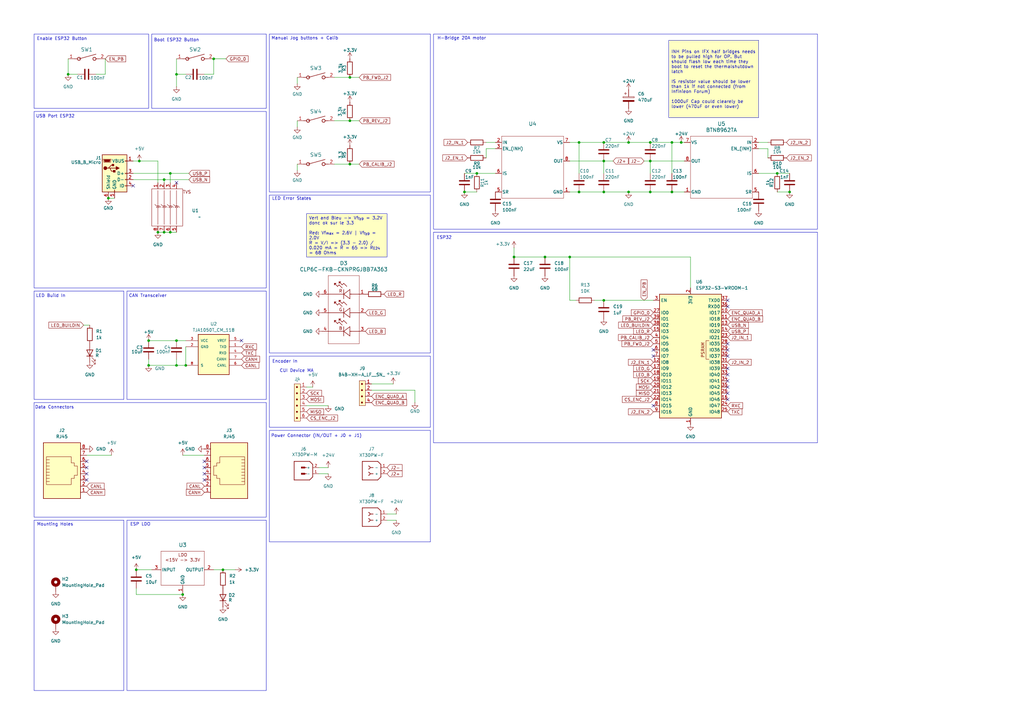
<source format=kicad_sch>
(kicad_sch (version 20231120) (generator "eeschema") (generator_version "8.0")
  (paper "A3")
  (junction (at 257.81 78.74))
  (junction (at 323.85 78.74))
  (junction (at 247.65 123.19))
  (junction (at 223.52 105.41))
  (junction (at 237.49 78.74))
  (junction (at 143.51 31.75))
  (junction (at 64.77 95.25))
  (junction (at 257.81 58.42))
  (junction (at 60.96 139.7))
  (junction (at 190.5 78.74))
  (junction (at 266.7 66.04))
  (junction (at 279.4 58.42))
  (junction (at 69.85 95.25))
  (junction (at 76.2 149.86))
  (junction (at 318.77 71.12))
  (junction (at 237.49 58.42))
  (junction (at 143.51 49.53))
  (junction (at 44.45 81.28))
  (junction (at 72.39 30.48))
  (junction (at 275.59 58.42))
  (junction (at 210.82 105.41))
  (junction (at 27.94 30.48))
  (junction (at 57.15 66.04))
  (junction (at 275.59 78.74))
  (junction (at 67.31 95.25))
  (junction (at 87.63 24.13))
  (junction (at 69.85 71.12))
  (junction (at 195.58 71.12))
  (junction (at 266.7 78.74))
  (junction (at 74.93 243.84))
  (junction (at 266.7 58.42))
  (junction (at 55.88 233.68))
  (junction (at 72.39 139.7))
  (junction (at 60.96 149.86))
  (junction (at 143.51 67.31))
  (junction (at 91.44 233.68))
  (junction (at 247.65 78.74))
  (junction (at 67.31 73.66))
  (junction (at 233.68 105.41))
  (junction (at 247.65 66.04))
  (junction (at 247.65 58.42))
  (junction (at 72.39 149.86))
  (no_connect (at 298.45 153.67))
  (no_connect (at 298.45 156.21))
  (no_connect (at 298.45 163.83))
  (no_connect (at 298.45 125.73))
  (no_connect (at 35.56 196.85))
  (no_connect (at 83.82 189.23))
  (no_connect (at 267.97 166.37))
  (no_connect (at 298.45 143.51))
  (no_connect (at 54.61 76.2))
  (no_connect (at 298.45 123.19))
  (no_connect (at 72.39 74.93))
  (no_connect (at 83.82 191.77))
  (no_connect (at 35.56 191.77))
  (no_connect (at 298.45 140.97))
  (no_connect (at 298.45 158.75))
  (no_connect (at 35.56 189.23))
  (no_connect (at 298.45 151.13))
  (no_connect (at 83.82 196.85))
  (no_connect (at 267.97 146.05))
  (no_connect (at 35.56 194.31))
  (no_connect (at 298.45 146.05))
  (no_connect (at 83.82 194.31))
  (no_connect (at 267.97 143.51))
  (no_connect (at 298.45 161.29))
  (no_connect (at 99.06 139.7))
  (wire (pts (xy 27.94 30.48) (xy 31.75 30.48)))
  (wire (pts (xy 92.71 24.13) (xy 87.63 24.13)))
  (wire (pts (xy 55.88 233.68) (xy 62.23 233.68)))
  (wire (pts (xy 143.51 31.75) (xy 137.16 31.75)))
  (wire (pts (xy 67.31 73.66) (xy 77.47 73.66)))
  (wire (pts (xy 243.84 123.19) (xy 247.65 123.19)))
  (wire (pts (xy 69.85 71.12) (xy 69.85 74.93)))
  (wire (pts (xy 283.21 105.41) (xy 283.21 118.11)))
  (wire (pts (xy 91.44 233.68) (xy 87.63 233.68)))
  (wire (pts (xy 128.27 158.75) (xy 125.73 158.75)))
  (wire (pts (xy 147.32 67.31) (xy 143.51 67.31)))
  (wire (pts (xy 266.7 58.42) (xy 275.59 58.42)))
  (wire (pts (xy 74.93 186.69) (xy 83.82 186.69)))
  (wire (pts (xy 275.59 58.42) (xy 279.4 58.42)))
  (wire (pts (xy 190.5 78.74) (xy 195.58 78.74)))
  (wire (pts (xy 195.58 71.12) (xy 203.2 71.12)))
  (wire (pts (xy 121.92 69.85) (xy 121.92 67.31)))
  (wire (pts (xy 55.88 241.3) (xy 55.88 243.84)))
  (wire (pts (xy 162.56 213.36) (xy 158.75 213.36)))
  (wire (pts (xy 237.49 58.42) (xy 237.49 71.12)))
  (wire (pts (xy 72.39 35.56) (xy 72.39 30.48)))
  (wire (pts (xy 72.39 30.48) (xy 72.39 24.13)))
  (wire (pts (xy 266.7 66.04) (xy 266.7 71.12)))
  (wire (pts (xy 121.92 34.29) (xy 121.92 31.75)))
  (wire (pts (xy 69.85 71.12) (xy 77.47 71.12)))
  (wire (pts (xy 210.82 105.41) (xy 223.52 105.41)))
  (wire (pts (xy 257.81 78.74) (xy 266.7 78.74)))
  (wire (pts (xy 237.49 78.74) (xy 247.65 78.74)))
  (wire (pts (xy 64.77 66.04) (xy 64.77 74.93)))
  (wire (pts (xy 54.61 71.12) (xy 69.85 71.12)))
  (wire (pts (xy 83.82 30.48) (xy 87.63 30.48)))
  (wire (pts (xy 161.29 157.48) (xy 152.4 157.48)))
  (wire (pts (xy 247.65 123.19) (xy 267.97 123.19)))
  (wire (pts (xy 314.96 58.42) (xy 311.15 58.42)))
  (wire (pts (xy 223.52 105.41) (xy 233.68 105.41)))
  (wire (pts (xy 199.39 60.96) (xy 203.2 60.96)))
  (wire (pts (xy 60.96 149.86) (xy 72.39 149.86)))
  (wire (pts (xy 87.63 30.48) (xy 87.63 24.13)))
  (wire (pts (xy 233.68 78.74) (xy 237.49 78.74)))
  (wire (pts (xy 233.68 66.04) (xy 247.65 66.04)))
  (wire (pts (xy 275.59 58.42) (xy 275.59 71.12)))
  (wire (pts (xy 233.68 105.41) (xy 233.68 123.19)))
  (wire (pts (xy 121.92 52.07) (xy 121.92 49.53)))
  (wire (pts (xy 199.39 58.42) (xy 203.2 58.42)))
  (wire (pts (xy 134.62 191.77) (xy 130.81 191.77)))
  (wire (pts (xy 199.39 64.77) (xy 199.39 60.96)))
  (wire (pts (xy 318.77 71.12) (xy 311.15 71.12)))
  (wire (pts (xy 137.16 49.53) (xy 143.51 49.53)))
  (wire (pts (xy 247.65 58.42) (xy 257.81 58.42)))
  (wire (pts (xy 96.52 233.68) (xy 91.44 233.68)))
  (wire (pts (xy 152.4 160.02) (xy 170.18 160.02)))
  (wire (pts (xy 283.21 105.41) (xy 233.68 105.41)))
  (wire (pts (xy 44.45 81.28) (xy 46.99 81.28)))
  (wire (pts (xy 27.94 24.13) (xy 27.94 30.48)))
  (wire (pts (xy 36.83 133.35) (xy 34.29 133.35)))
  (wire (pts (xy 69.85 95.25) (xy 72.39 95.25)))
  (wire (pts (xy 60.96 139.7) (xy 72.39 139.7)))
  (wire (pts (xy 60.96 147.32) (xy 60.96 149.86)))
  (wire (pts (xy 275.59 78.74) (xy 280.67 78.74)))
  (wire (pts (xy 134.62 194.31) (xy 130.81 194.31)))
  (wire (pts (xy 264.16 66.04) (xy 266.7 66.04)))
  (wire (pts (xy 143.51 67.31) (xy 137.16 67.31)))
  (wire (pts (xy 76.2 142.24) (xy 76.2 149.86)))
  (wire (pts (xy 64.77 95.25) (xy 67.31 95.25)))
  (wire (pts (xy 43.18 30.48) (xy 43.18 24.13)))
  (wire (pts (xy 72.39 147.32) (xy 72.39 149.86)))
  (wire (pts (xy 247.65 78.74) (xy 257.81 78.74)))
  (wire (pts (xy 314.96 60.96) (xy 311.15 60.96)))
  (wire (pts (xy 247.65 66.04) (xy 251.46 66.04)))
  (wire (pts (xy 72.39 149.86) (xy 76.2 149.86)))
  (wire (pts (xy 247.65 66.04) (xy 247.65 71.12)))
  (wire (pts (xy 39.37 30.48) (xy 43.18 30.48)))
  (wire (pts (xy 134.62 166.37) (xy 125.73 166.37)))
  (wire (pts (xy 257.81 58.42) (xy 266.7 58.42)))
  (wire (pts (xy 64.77 66.04) (xy 57.15 66.04)))
  (wire (pts (xy 233.68 123.19) (xy 236.22 123.19)))
  (wire (pts (xy 57.15 66.04) (xy 54.61 66.04)))
  (wire (pts (xy 323.85 71.12) (xy 318.77 71.12)))
  (wire (pts (xy 35.56 186.69) (xy 45.72 186.69)))
  (wire (pts (xy 190.5 71.12) (xy 195.58 71.12)))
  (wire (pts (xy 170.18 160.02) (xy 170.18 165.1)))
  (wire (pts (xy 279.4 58.42) (xy 280.67 58.42)))
  (wire (pts (xy 67.31 73.66) (xy 67.31 74.93)))
  (wire (pts (xy 162.56 210.82) (xy 158.75 210.82)))
  (wire (pts (xy 143.51 49.53) (xy 147.32 49.53)))
  (wire (pts (xy 210.82 101.6) (xy 210.82 105.41)))
  (wire (pts (xy 54.61 73.66) (xy 67.31 73.66)))
  (wire (pts (xy 147.32 31.75) (xy 143.51 31.75)))
  (wire (pts (xy 233.68 58.42) (xy 237.49 58.42)))
  (wire (pts (xy 266.7 78.74) (xy 275.59 78.74)))
  (wire (pts (xy 314.96 64.77) (xy 314.96 60.96)))
  (wire (pts (xy 237.49 58.42) (xy 247.65 58.42)))
  (wire (pts (xy 67.31 95.25) (xy 69.85 95.25)))
  (wire (pts (xy 72.39 139.7) (xy 76.2 139.7)))
  (wire (pts (xy 55.88 243.84) (xy 74.93 243.84)))
  (wire (pts (xy 266.7 66.04) (xy 280.67 66.04)))
  (wire (pts (xy 323.85 78.74) (xy 318.77 78.74)))
  (wire (pts (xy 76.2 30.48) (xy 72.39 30.48)))
  (rectangle (start 110.49 13.97) (end 176.53 78.74))
  (rectangle (start 62.23 13.97) (end 109.22 44.45))
  (rectangle (start 13.97 119.38) (end 50.8 163.83))
  (rectangle (start 177.8 95.25) (end 335.28 181.61))
  (rectangle (start 110.49 176.53) (end 176.53 222.25))
  (rectangle (start 110.49 80.01) (end 176.53 144.78))
  (rectangle (start 13.97 213.36) (end 50.8 283.21))
  (rectangle (start 177.8 13.97) (end 335.28 93.98))
  (rectangle (start 13.97 45.72) (end 109.22 118.11))
  (rectangle (start 13.97 13.97) (end 60.96 44.45))
  (rectangle (start 13.97 165.1) (end 109.22 212.09))
  (rectangle (start 52.07 119.38) (end 109.22 163.83))
  (rectangle (start 52.07 213.36) (end 109.22 283.21))
  (rectangle (start 110.49 146.05) (end 176.53 175.26))
  (text_box "Vert and Bleu -> Vf_{typ} = 3.2V donc ok sur le 3.3\n\nRed: Vf_{max} = 2.6V | Vf_{typ} = 2.0V\nR = V/I => (3.3 - 2.0) / 0.020 mA = R = 65 => R_{E24} = 68 Ohms\n" (at 125.73 87.63 0) (size 33.02 17.78) (fill (type color) (color 255 255 194 1)) (effects (font (size 1.27 1.27)) (justify left top)))
  (text_box "INH Pins on IFX half bridges needs to be pulled high for OP. But should flash low each time they boot to reset the thermalshutdown latch\n\nIS resistor value should be lower than 1k if not connected (from Infinieon Forum)\n\n1000uF Cap could clearely be lower (470uF or even lower)" (at 274.32 16.51 0) (size 36.83 31.75) (fill (type color) (color 255 255 194 1)) (effects (font (size 1.27 1.27)) (justify left)))
  (text "Boot ESP32 Button" (at 72.39 16.51 0) (effects (font (size 1.27 1.27))))
  (text "LED Build In" (at 14.732 121.412 0) (effects (font (size 1.27 1.27)) (justify left)))
  (text "Enable ESP32 Button" (at 25.4 16.002 0) (effects (font (size 1.27 1.27))))
  (text "CAN Transceiver" (at 52.832 121.412 0) (effects (font (size 1.27 1.27)) (justify left)))
  (text "Encoder In" (at 116.84 148.336 0) (effects (font (size 1.27 1.27))))
  (text "LED Error States" (at 119.634 81.534 0) (effects (font (size 1.27 1.27))))
  (text "Power Connector (IN/OUT + J0 + J1)" (at 129.794 178.816 0) (effects (font (size 1.27 1.27))))
  (text "ESP LDO" (at 53.34 215.138 0) (effects (font (size 1.27 1.27)) (justify left)))
  (text "Manual Jog buttons + Calib" (at 111.252 15.748 0) (effects (font (size 1.27 1.27)) (justify left)))
  (text "Data Connectors" (at 22.352 167.132 0) (effects (font (size 1.27 1.27))))
  (text "H-Bridge 20A motor" (at 179.324 15.748 0) (effects (font (size 1.27 1.27)) (justify left)))
  (text "Mounting Holes" (at 22.606 215.138 0) (effects (font (size 1.27 1.27))))
  (text "USB Port ESP32" (at 14.732 47.752 0) (effects (font (size 1.27 1.27)) (justify left)))
  (text "CUI Device MA" (at 121.666 152.146 0) (effects (font (size 1.27 1.27))))
  (text "ESP32" (at 179.07 97.536 0) (effects (font (size 1.27 1.27)) (justify left)))
  (global_label "LED_B" (shape input) (at 267.97 153.67 180) (property "Intersheetrefs" "${INTERSHEET_REFS}" (effects (hide yes))))
  (global_label "CANH" (shape input) (at 35.56 201.93 0) (property "Intersheetrefs" "${INTERSHEET_REFS}" (effects (hide yes))))
  (global_label "ENC_QUAD_A" (shape input) (at 298.45 128.27 0) (property "Intersheetrefs" "${INTERSHEET_REFS}" (effects (hide yes))))
  (global_label "J2+" (shape input) (at 251.46 66.04 0) (property "Intersheetrefs" "${INTERSHEET_REFS}" (effects (hide yes))))
  (global_label "J2_EN_1" (shape input) (at 267.97 148.59 180) (property "Intersheetrefs" "${INTERSHEET_REFS}" (effects (hide yes))))
  (global_label "SCK" (shape input) (at 125.73 161.29 0) (property "Intersheetrefs" "${INTERSHEET_REFS}" (effects (hide yes))))
  (global_label "LED_B" (shape input) (at 149.86 135.89 0) (property "Intersheetrefs" "${INTERSHEET_REFS}" (effects (hide yes))))
  (global_label "J2_EN_2" (shape input) (at 322.58 64.77 0) (property "Intersheetrefs" "${INTERSHEET_REFS}" (effects (hide yes))))
  (global_label "LED_G" (shape input) (at 267.97 151.13 180) (property "Intersheetrefs" "${INTERSHEET_REFS}" (effects (hide yes))))
  (global_label "MOSI" (shape input) (at 267.97 158.75 180) (property "Intersheetrefs" "${INTERSHEET_REFS}" (effects (hide yes))))
  (global_label "J2_IN_1" (shape input) (at 191.77 58.42 180) (property "Intersheetrefs" "${INTERSHEET_REFS}" (effects (hide yes))))
  (global_label "J2-" (shape input) (at 264.16 66.04 180) (property "Intersheetrefs" "${INTERSHEET_REFS}" (effects (hide yes))))
  (global_label "J2_IN_1" (shape input) (at 298.45 138.43 0) (property "Intersheetrefs" "${INTERSHEET_REFS}" (effects (hide yes))))
  (global_label "PB_CALIB_J2" (shape input) (at 147.32 67.31 0) (property "Intersheetrefs" "${INTERSHEET_REFS}" (effects (hide yes))))
  (global_label "MOSI" (shape input) (at 125.73 163.83 0) (property "Intersheetrefs" "${INTERSHEET_REFS}" (effects (hide yes))))
  (global_label "PB_REV_J2" (shape input) (at 147.32 49.53 0) (property "Intersheetrefs" "${INTERSHEET_REFS}" (effects (hide yes))))
  (global_label "SCK" (shape input) (at 267.97 156.21 180) (property "Intersheetrefs" "${INTERSHEET_REFS}" (effects (hide yes))))
  (global_label "RXC" (shape input) (at 298.45 166.37 0) (property "Intersheetrefs" "${INTERSHEET_REFS}" (effects (hide yes))))
  (global_label "USB_N" (shape input) (at 298.45 133.35 0) (property "Intersheetrefs" "${INTERSHEET_REFS}" (effects (hide yes))))
  (global_label "PB_FWD_J2" (shape input) (at 147.32 31.75 0) (property "Intersheetrefs" "${INTERSHEET_REFS}" (effects (hide yes))))
  (global_label "USB_P" (shape input) (at 77.47 71.12 0) (property "Intersheetrefs" "${INTERSHEET_REFS}" (effects (hide yes))))
  (global_label "CANL" (shape input) (at 35.56 199.39 0) (property "Intersheetrefs" "${INTERSHEET_REFS}" (effects (hide yes))))
  (global_label "CANH" (shape input) (at 99.06 147.32 0) (property "Intersheetrefs" "${INTERSHEET_REFS}" (effects (hide yes))))
  (global_label "PB_CALIB_J2" (shape input) (at 267.97 138.43 180) (property "Intersheetrefs" "${INTERSHEET_REFS}" (effects (hide yes))))
  (global_label "GPIO_0" (shape input) (at 92.71 24.13 0) (property "Intersheetrefs" "${INTERSHEET_REFS}" (effects (hide yes))))
  (global_label "GPIO_0" (shape input) (at 267.97 128.27 180) (property "Intersheetrefs" "${INTERSHEET_REFS}" (effects (hide yes))))
  (global_label "PB_FWD_J2" (shape input) (at 267.97 140.97 180) (property "Intersheetrefs" "${INTERSHEET_REFS}" (effects (hide yes))))
  (global_label "LED_BUILDIN" (shape input) (at 34.29 133.35 180) (property "Intersheetrefs" "${INTERSHEET_REFS}" (effects (hide yes))))
  (global_label "TXC" (shape input) (at 99.06 144.78 0) (property "Intersheetrefs" "${INTERSHEET_REFS}" (effects (hide yes))))
  (global_label "USB_N" (shape input) (at 77.47 73.66 0) (property "Intersheetrefs" "${INTERSHEET_REFS}" (effects (hide yes))))
  (global_label "CS_ENC_J2" (shape input) (at 267.97 163.83 180) (property "Intersheetrefs" "${INTERSHEET_REFS}" (effects (hide yes))))
  (global_label "EN_PB" (shape input) (at 43.18 24.13 0) (property "Intersheetrefs" "${INTERSHEET_REFS}" (effects (hide yes))))
  (global_label "J2_IN_2" (shape input) (at 298.45 148.59 0) (property "Intersheetrefs" "${INTERSHEET_REFS}" (effects (hide yes))))
  (global_label "EN_PB" (shape input) (at 264.16 123.19 90) (property "Intersheetrefs" "${INTERSHEET_REFS}" (effects (hide yes))))
  (global_label "J2_EN_2" (shape input) (at 267.97 168.91 180) (property "Intersheetrefs" "${INTERSHEET_REFS}" (effects (hide yes))))
  (global_label "CS_ENC_J2" (shape input) (at 125.73 171.45 0) (property "Intersheetrefs" "${INTERSHEET_REFS}" (effects (hide yes))))
  (global_label "ENC_QUAD_A" (shape input) (at 152.4 162.56 0) (property "Intersheetrefs" "${INTERSHEET_REFS}" (effects (hide yes))))
  (global_label "PB_REV_J2" (shape input) (at 267.97 130.81 180) (property "Intersheetrefs" "${INTERSHEET_REFS}" (effects (hide yes))))
  (global_label "LED_R" (shape input) (at 267.97 135.89 180) (property "Intersheetrefs" "${INTERSHEET_REFS}" (effects (hide yes))))
  (global_label "MISO" (shape input) (at 267.97 161.29 180) (property "Intersheetrefs" "${INTERSHEET_REFS}" (effects (hide yes))))
  (global_label "J2_IN_2" (shape input) (at 322.58 58.42 0) (property "Intersheetrefs" "${INTERSHEET_REFS}" (effects (hide yes))))
  (global_label "RXC" (shape input) (at 99.06 142.24 0) (property "Intersheetrefs" "${INTERSHEET_REFS}" (effects (hide yes))))
  (global_label "TXC" (shape input) (at 298.45 168.91 0) (property "Intersheetrefs" "${INTERSHEET_REFS}" (effects (hide yes))))
  (global_label "CANL" (shape input) (at 83.82 199.39 180) (property "Intersheetrefs" "${INTERSHEET_REFS}" (effects (hide yes))))
  (global_label "J2-" (shape input) (at 158.75 191.77 0) (property "Intersheetrefs" "${INTERSHEET_REFS}" (effects (hide yes))))
  (global_label "LED_BUILDIN" (shape input) (at 267.97 133.35 180) (property "Intersheetrefs" "${INTERSHEET_REFS}" (effects (hide yes))))
  (global_label "ENC_QUAD_B" (shape input) (at 298.45 130.81 0) (property "Intersheetrefs" "${INTERSHEET_REFS}" (effects (hide yes))))
  (global_label "J2_EN_1" (shape input) (at 191.77 64.77 180) (property "Intersheetrefs" "${INTERSHEET_REFS}" (effects (hide yes))))
  (global_label "CANH" (shape input) (at 83.82 201.93 180) (property "Intersheetrefs" "${INTERSHEET_REFS}" (effects (hide yes))))
  (global_label "USB_P" (shape input) (at 298.45 135.89 0) (property "Intersheetrefs" "${INTERSHEET_REFS}" (effects (hide yes))))
  (global_label "LED_G" (shape input) (at 149.86 128.27 0) (property "Intersheetrefs" "${INTERSHEET_REFS}" (effects (hide yes))))
  (global_label "CANL" (shape input) (at 99.06 149.86 0) (property "Intersheetrefs" "${INTERSHEET_REFS}" (effects (hide yes))))
  (global_label "LED_R" (shape input) (at 157.48 120.65 0) (property "Intersheetrefs" "${INTERSHEET_REFS}" (effects (hide yes))))
  (global_label "MISO" (shape input) (at 125.73 168.91 0) (property "Intersheetrefs" "${INTERSHEET_REFS}" (effects (hide yes))))
  (global_label "ENC_QUAD_B" (shape input) (at 152.4 165.1 0) (property "Intersheetrefs" "${INTERSHEET_REFS}" (effects (hide yes))))
  (global_label "J2+" (shape input) (at 158.75 194.31 0) (property "Intersheetrefs" "${INTERSHEET_REFS}" (effects (hide yes))))
  (symbol (lib_id "power:+3.3V") (at 143.51 41.91 0) (unit 1)
    (property "Reference" "#PWR023" (effects (hide yes)))
    (property "Value" "+3.3V" (at 143.51 38.354 0))
    (property "Description" "Power symbol creates a global label with name \"+3.3V\"" (effects (hide yes)))
  )
  (symbol (lib_id "power:GND") (at 27.94 30.48 0) (unit 1)
    (property "Reference" "#PWR01" (effects (hide yes)))
    (property "Value" "GND" (at 27.94 35.56 0))
    (property "Description" "Power symbol creates a global label with name \"GND\" , ground" (effects (hide yes)))
  )
  (symbol (lib_id "power:+3.3V") (at 96.52 233.68 270) (unit 1)
    (property "Reference" "#PWR015" (effects (hide yes)))
    (property "Value" "+3.3V" (at 100.33 233.6799 90) (effects (justify left)))
    (property "Description" "Power symbol creates a global label with name \"+3.3V\"" (effects (hide yes)))
  )
  (symbol (lib_id "Device:R") (at 143.51 45.72 180) (unit 1)
    (property "Reference" "R4" (at 141.224 45.72 90))
    (property "Value" "3.3k" (at 139.446 45.72 90))
    (property "Footprint" "Resistor_SMD:R_0805_2012Metric_Pad1.20x1.40mm_HandSolder" (effects (hide yes)))
    (property "Description" "Resistor" (effects (hide yes)))
  )
  (symbol (lib_id "Device:C") (at 190.5 74.93 0) (unit 1)
    (property "Reference" "C9" (at 190.754 70.104 0) (effects (justify left)))
    (property "Value" "1nF" (at 190.754 72.644 0) (effects (justify left)))
    (property "Footprint" "Capacitor_SMD:C_0805_2012Metric_Pad1.18x1.45mm_HandSolder" (effects (hide yes)))
    (property "Description" "Unpolarized capacitor, 24V" (effects (hide yes)))
  )
  (symbol (lib_id "power:+3.3V") (at 161.29 157.48 0) (unit 1)
    (property "Reference" "#PWR013" (effects (hide yes)))
    (property "Value" "+3.3V" (at 161.29 153.162 0))
    (property "Description" "Power symbol creates a global label with name \"+3.3V\"" (effects (hide yes)))
  )
  (symbol (lib_id "power:GND") (at 64.77 95.25 0) (unit 1)
    (property "Reference" "#PWR05" (effects (hide yes)))
    (property "Value" "GND" (at 64.77 100.33 0))
    (property "Description" "Power symbol creates a global label with name \"GND\" , ground" (effects (hide yes)))
  )
  (symbol (lib_id "power:GND") (at 132.08 128.27 270) (unit 1)
    (property "Reference" "#PWR028" (effects (hide yes)))
    (property "Value" "GND" (at 128.27 128.2699 90) (effects (justify right)))
    (property "Description" "Power symbol creates a global label with name \"GND\" , ground" (effects (hide yes)))
  )
  (symbol (lib_id "Custom:TVS_-_150-SMDB03CE3/TR7TR-ND") (at 68.58 85.09 0) (unit 1)
    (property "Reference" "U1" (at 78.74 86.36 0) (effects (justify left)))
    (property "Value" "~" (at 81.28 89.01 0) (effects (justify left)))
    (property "Footprint" "Package_SO:SOIC-8-1EP_3.9x4.9mm_P1.27mm_EP2.29x3mm" (effects (hide yes)))
    (property "Datasheet" "150-SMDB03CE3/TR7TR-ND" (effects (hide yes)))
  )
  (symbol (lib_id "Custom:JST6_Pins") (at 123.19 157.48 270) (unit 1)
    (property "Reference" "J4" (at 121.92 155.448 90))
    (property "Value" "~" (at 121.92 156.21 90))
    (property "Footprint" "JST-S6B-HX-SM4:CONN_S6B-XH-SM4-TB_JST" (effects (hide yes)))
  )
  (symbol (lib_id "Device:LED") (at 91.44 245.11 90) (unit 1)
    (property "Reference" "D2" (at 93.726 244.094 90) (effects (justify right)))
    (property "Value" "R" (at 93.726 246.126 90) (effects (justify right)))
    (property "Footprint" "LED_SMD:LED_0805_2012Metric_Pad1.15x1.40mm_HandSolder" (effects (hide yes)))
    (property "Datasheet" "https://www.we-online.com/components/products/datasheet/150080SS75000.pdf" (effects (hide yes)))
    (property "Description" "Light emitting diode | 150080SS75000" (effects (hide yes)))
  )
  (symbol (lib_id "power:+3.3V") (at 143.51 24.13 0) (unit 1)
    (property "Reference" "#PWR021" (effects (hide yes)))
    (property "Value" "+3.3V" (at 143.51 20.574 0))
    (property "Description" "Power symbol creates a global label with name \"+3.3V\"" (effects (hide yes)))
  )
  (symbol (lib_id "power:+5V") (at 57.15 66.04 0) (unit 1)
    (property "Reference" "#PWR03" (effects (hide yes)))
    (property "Value" "+5V" (at 57.15 60.96 0))
    (property "Description" "Power symbol creates a global label with name \"+5V\"" (effects (hide yes)))
  )
  (symbol (lib_id "Device:R") (at 240.03 123.19 90) (unit 1)
    (property "Reference" "R13" (at 240.03 116.84 90))
    (property "Value" "10K" (at 240.03 119.38 90))
    (property "Footprint" "Resistor_SMD:R_0805_2012Metric_Pad1.20x1.40mm_HandSolder" (effects (hide yes)))
    (property "Description" "Resistor" (effects (hide yes)))
  )
  (symbol (lib_id "power:GND") (at 223.52 113.03 0) (unit 1)
    (property "Reference" "#PWR049" (effects (hide yes)))
    (property "Value" "GND" (at 223.52 118.11 0))
    (property "Description" "Power symbol creates a global label with name \"GND\" , ground" (effects (hide yes)))
  )
  (symbol (lib_id "power:GND") (at 210.82 113.03 0) (unit 1)
    (property "Reference" "#PWR048" (effects (hide yes)))
    (property "Value" "GND" (at 210.82 118.11 0))
    (property "Description" "Power symbol creates a global label with name \"GND\" , ground" (effects (hide yes)))
  )
  (symbol (lib_id "TS09_63_25_WT_160_SMT_TR:TS09-63-25-WT-160-SMT-TR") (at 121.92 67.31 0) (unit 1)
    (property "Reference" "SW5" (at 129.54 63.5 0) (effects (font (size 1.524 1.524))))
    (property "Value" "TS09-63-25-WT-160-SMT-TR" (effects (hide yes)))
    (property "Footprint" "TS09_63_25_WT_160_SMT_TR:SW_TS09-63-25_CUD" (effects (hide yes)))
    (property "Datasheet" "TS09-63-25-WT-160-SMT-TR" (effects (hide yes)))
  )
  (symbol (lib_id "Device:C") (at 72.39 143.51 0) (unit 1)
    (property "Reference" "C4" (at 67.31 142.494 0) (effects (justify left)))
    (property "Value" "100nF" (at 64.008 144.272 0) (effects (justify left)))
    (property "Footprint" "Capacitor_SMD:C_0805_2012Metric_Pad1.18x1.45mm_HandSolder" (effects (hide yes)))
    (property "Description" "Unpolarized capacitor" (effects (hide yes)))
  )
  (symbol (lib_id "Device:C") (at 237.49 74.93 0) (unit 1)
    (property "Reference" "C10" (at 237.744 70.104 0) (effects (justify left)))
    (property "Value" "100nF" (at 237.744 72.644 0) (effects (justify left)))
    (property "Footprint" "Capacitor_SMD:C_0805_2012Metric_Pad1.18x1.45mm_HandSolder" (effects (hide yes)))
    (property "Description" "Unpolarized capacitor, 24V" (effects (hide yes)))
  )
  (symbol (lib_id "Device:C") (at 247.65 127 0) (unit 1)
    (property "Reference" "C19" (at 251.46 125.7299 0) (effects (justify left)))
    (property "Value" "1uF" (at 251.46 128.2699 0) (effects (justify left)))
    (property "Footprint" "Capacitor_SMD:C_0805_2012Metric_Pad1.18x1.45mm_HandSolder" (effects (hide yes)))
    (property "Description" "Unpolarized capacitor" (effects (hide yes)))
  )
  (symbol (lib_id "Mechanical:MountingHole_Pad") (at 22.86 240.03 0) (unit 1) (exclude_from_sim yes) (in_bom no)
    (property "Reference" "H2" (at 25.4 237.4899 0) (effects (justify left)))
    (property "Value" "MountingHole_Pad" (at 25.4 240.0299 0) (effects (justify left)))
    (property "Footprint" "MountingHole:MountingHole_2.2mm_M2_DIN965_Pad_TopBottom" (effects (hide yes)))
    (property "Description" "Mounting Hole with connection" (effects (hide yes)))
  )
  (symbol (lib_id "Device:C") (at 60.96 143.51 0) (unit 1)
    (property "Reference" "C3" (at 55.88 142.494 0) (effects (justify left)))
    (property "Value" "10uF" (at 53.848 144.272 0) (effects (justify left)))
    (property "Footprint" "Capacitor_SMD:C_0805_2012Metric_Pad1.18x1.45mm_HandSolder" (effects (hide yes)))
    (property "Description" "Unpolarized capacitor" (effects (hide yes)))
  )
  (symbol (lib_id "Connector:RJ45") (at 93.98 194.31 0) (mirror y) (unit 1)
    (property "Reference" "J3" (at 93.98 176.53 0))
    (property "Value" "RJ45" (at 93.98 179.07 0))
    (property "Footprint" "54601-908WPLF:AMPHENOL_54601-908WPLF" (effects (hide yes)))
    (property "Description" "RJ connector, 8P8C (8 positions 8 connected)" (effects (hide yes)))
  )
  (symbol (lib_id "Device:LED") (at 36.83 144.78 90) (unit 1)
    (property "Reference" "D1" (at 39.116 143.764 90) (effects (justify right)))
    (property "Value" "R" (at 39.116 145.796 90) (effects (justify right)))
    (property "Footprint" "LED_SMD:LED_0805_2012Metric_Pad1.15x1.40mm_HandSolder" (effects (hide yes)))
    (property "Datasheet" "https://www.we-online.com/components/products/datasheet/150080SS75000.pdf" (effects (hide yes)))
    (property "Description" "Light emitting diode | 150080SS75000" (effects (hide yes)))
  )
  (symbol (lib_id "RF_Module:ESP32-S3-WROOM-1") (at 283.21 146.05 0) (unit 1)
    (property "Reference" "U6" (at 285.4041 115.57 0) (effects (justify left)))
    (property "Value" "ESP32-S3-WROOM-1" (at 285.4041 118.11 0) (effects (justify left)))
    (property "Footprint" "RF_Module:ESP32-S3-WROOM-1" (effects (hide yes)))
    (property "Datasheet" "https://www.espressif.com/sites/default/files/documentation/esp32-s3-wroom-1_wroom-1u_datasheet_en.pdf" (effects (hide yes)))
    (property "Description" "RF Module, ESP32-S3 SoC, Wi-Fi 802.11b/g/n, Bluetooth, BLE, 32-bit, 3.3V, onboard antenna, SMD" (effects (hide yes)))
  )
  (symbol (lib_id "power:GND") (at 44.45 81.28 0) (unit 1)
    (property "Reference" "#PWR04" (effects (hide yes)))
    (property "Value" "GND" (at 44.45 85.344 0))
    (property "Description" "Power symbol creates a global label with name \"GND\" , ground" (effects (hide yes)))
  )
  (symbol (lib_id "power:GND") (at 35.56 184.15 90) (unit 1)
    (property "Reference" "#PWR09" (effects (hide yes)))
    (property "Value" "GND" (at 39.37 184.1499 90) (effects (justify right)))
    (property "Description" "Power symbol creates a global label with name \"GND\" , ground" (effects (hide yes)))
  )
  (symbol (lib_id "TS09_63_25_WT_160_SMT_TR:TS09-63-25-WT-160-SMT-TR") (at 72.39 24.13 0) (unit 1)
    (property "Reference" "SW2" (at 80.01 20.32 0) (effects (font (size 1.524 1.524))))
    (property "Value" "TS09-63-25-WT-160-SMT-TR" (effects (hide yes)))
    (property "Footprint" "TS09_63_25_WT_160_SMT_TR:SW_TS09-63-25_CUD" (effects (hide yes)))
    (property "Datasheet" "TS09-63-25-WT-160-SMT-TR" (effects (hide yes)))
  )
  (symbol (lib_id "power:GND") (at 190.5 78.74 0) (mirror y) (unit 1)
    (property "Reference" "#PWR042" (effects (hide yes)))
    (property "Value" "GND" (at 190.5 83.82 0))
    (property "Description" "Power symbol creates a global label with name \"GND\" , ground" (effects (hide yes)))
  )
  (symbol (lib_id "power:GND") (at 323.85 78.74 0) (unit 1)
    (property "Reference" "#PWR044" (effects (hide yes)))
    (property "Value" "GND" (at 323.85 83.82 0))
    (property "Description" "Power symbol creates a global label with name \"GND\" , ground" (effects (hide yes)))
  )
  (symbol (lib_id "XT30PW-F:XT30PW-F") (at 156.21 210.82 0) (unit 1)
    (property "Reference" "J8" (at 152.4 203.2 0))
    (property "Value" "XT30PW-F" (at 152.4 205.74 0))
    (property "Footprint" "Connector_AMASS:AMASS_XT30PW-F_1x02_P2.50mm_Horizontal" (effects (hide yes)))
    (property "MF" "amass" (effects (hide yes)))
    (property "MAXIMUM_PACKAGE_HEIGHT" "5 mm" (effects (hide yes)))
    (property "Package" "None" (effects (hide yes)))
    (property "Price" "None" (effects (hide yes)))
    (property "Check_prices" "https://www.snapeda.com/parts/XT30PW-F/AMASS/view-part/?ref=eda" (effects (hide yes)))
    (property "STANDARD" "Manufacturer Recommendations" (effects (hide yes)))
    (property "PARTREV" "1.2" (effects (hide yes)))
    (property "SnapEDA_Link" "https://www.snapeda.com/parts/XT30PW-F/AMASS/view-part/?ref=snap" (effects (hide yes)))
    (property "MP" "XT30PW-F" (effects (hide yes)))
    (property "Description_1" "\nSocket; DC supply; XT30; female; PIN: 2; on PCBs; THT; yellow; 15A\n" (effects (hide yes)))
    (property "MANUFACTURER" "Amass" (effects (hide yes)))
    (property "Availability" "Not in stock" (effects (hide yes)))
    (property "SNAPEDA_PN" "XT30PW-F" (effects (hide yes)))
  )
  (symbol (lib_id "power:+7.5V") (at 279.4 58.42 0) (mirror y) (unit 1)
    (property "Reference" "#PWR041" (effects (hide yes)))
    (property "Value" "+24V" (at 279.4 54.864 0))
    (property "Description" "Power symbol creates a global label with name \"+7.5V\"" (effects (hide yes)))
  )
  (symbol (lib_id "power:GND") (at 162.56 213.36 0) (unit 1)
    (property "Reference" "#PWR037" (effects (hide yes)))
    (property "Value" "GND" (at 162.56 218.44 0))
    (property "Description" "Power symbol creates a global label with name \"GND\" , ground" (effects (hide yes)))
  )
  (symbol (lib_id "power:GND") (at 121.92 52.07 0) (unit 1)
    (property "Reference" "#PWR024" (effects (hide yes)))
    (property "Value" "GND" (at 119.888 56.388 0) (effects (justify left)))
    (property "Description" "Power symbol creates a global label with name \"GND\" , ground" (effects (hide yes)))
  )
  (symbol (lib_id "power:GND") (at 121.92 34.29 0) (unit 1)
    (property "Reference" "#PWR022" (effects (hide yes)))
    (property "Value" "GND" (at 119.888 38.608 0) (effects (justify left)))
    (property "Description" "Power symbol creates a global label with name \"GND\" , ground" (effects (hide yes)))
  )
  (symbol (lib_id "TJA1050T_CM_118:TJA1050T_CM_118") (at 87.63 144.78 0) (unit 1)
    (property "Reference" "U2" (at 87.63 132.842 0))
    (property "Value" "TJA1050T_CM_118" (at 87.63 135.382 0))
    (property "Footprint" "TJA1050T_CM_118:SOIC127P600X175-8N" (effects (hide yes)))
    (property "PARTREV" "4" (effects (hide yes)))
    (property "STANDARD" "IPC 7351B" (effects (hide yes)))
    (property "MAXIMUM_PACKAGE_HEIGHT" "1.75 mm" (effects (hide yes)))
    (property "MANUFACTURER" "NXP USA" (effects (hide yes)))
  )
  (symbol (lib_id "power:+3.3V") (at 143.51 59.69 0) (unit 1)
    (property "Reference" "#PWR025" (effects (hide yes)))
    (property "Value" "+3.3V" (at 143.51 56.134 0))
    (property "Description" "Power symbol creates a global label with name \"+3.3V\"" (effects (hide yes)))
  )
  (symbol (lib_id "power:+5V") (at 162.56 210.82 0) (unit 1)
    (property "Reference" "#PWR036" (effects (hide yes)))
    (property "Value" "+24V" (at 162.56 205.74 0))
    (property "Description" "Power symbol creates a global label with name \"+5V\"" (effects (hide yes)))
  )
  (symbol (lib_id "Device:R") (at 36.83 137.16 180) (unit 1)
    (property "Reference" "R1" (at 39.37 135.8899 0) (effects (justify right)))
    (property "Value" "1k" (at 39.37 138.4299 0) (effects (justify right)))
    (property "Footprint" "Resistor_SMD:R_0805_2012Metric_Pad1.20x1.40mm_HandSolder" (effects (hide yes)))
    (property "Description" "Resistor" (effects (hide yes)))
  )
  (symbol (lib_id "power:+7.5V") (at 257.81 58.42 0) (unit 1)
    (property "Reference" "#PWR040" (effects (hide yes)))
    (property "Value" "+24V" (at 257.81 54.864 0))
    (property "Description" "Power symbol creates a global label with name \"+7.5V\"" (effects (hide yes)))
  )
  (symbol (lib_id "Device:R") (at 195.58 74.93 0) (mirror y) (unit 1)
    (property "Reference" "R11" (at 197.866 74.93 90))
    (property "Value" "1k" (at 199.39 74.93 90))
    (property "Footprint" "Resistor_SMD:R_0805_2012Metric_Pad1.20x1.40mm_HandSolder" (effects (hide yes)))
    (property "Description" "Resistor" (effects (hide yes)))
  )
  (symbol (lib_id "Mechanical:MountingHole_Pad") (at 22.86 255.27 0) (unit 1) (exclude_from_sim yes) (in_bom no)
    (property "Reference" "H3" (at 25.4 252.7299 0) (effects (justify left)))
    (property "Value" "MountingHole_Pad" (at 25.4 255.2699 0) (effects (justify left)))
    (property "Footprint" "MountingHole:MountingHole_2.2mm_M2_DIN965_Pad_TopBottom" (effects (hide yes)))
    (property "Description" "Mounting Hole with connection" (effects (hide yes)))
  )
  (symbol (lib_id "power:GND") (at 132.08 135.89 270) (unit 1)
    (property "Reference" "#PWR029" (effects (hide yes)))
    (property "Value" "GND" (at 128.27 135.8899 90) (effects (justify right)))
    (property "Description" "Power symbol creates a global label with name \"GND\" , ground" (effects (hide yes)))
  )
  (symbol (lib_id "power:+7.5V") (at 60.96 139.7 0) (unit 1)
    (property "Reference" "#PWR06" (effects (hide yes)))
    (property "Value" "+5V" (at 60.96 136.144 0))
    (property "Description" "Power symbol creates a global label with name \"+7.5V\"" (effects (hide yes)))
  )
  (symbol (lib_id "power:GND") (at 170.18 165.1 0) (unit 1)
    (property "Reference" "#PWR033" (effects (hide yes)))
    (property "Value" "GND" (at 168.148 168.656 0) (effects (justify left)))
    (property "Description" "Power symbol creates a global label with name \"GND\" , ground" (effects (hide yes)))
  )
  (symbol (lib_id "Device:C") (at 266.7 74.93 0) (unit 1)
    (property "Reference" "C12" (at 267.208 70.104 0) (effects (justify left)))
    (property "Value" "220nF" (at 267.208 72.644 0) (effects (justify left)))
    (property "Footprint" "Capacitor_SMD:C_0805_2012Metric_Pad1.18x1.45mm_HandSolder" (effects (hide yes)))
    (property "Description" "Unpolarized capacitor, 24V" (effects (hide yes)))
  )
  (symbol (lib_id "power:GND") (at 247.65 130.81 0) (unit 1)
    (property "Reference" "#PWR050" (effects (hide yes)))
    (property "Value" "GND" (at 247.65 135.89 0))
    (property "Description" "Power symbol creates a global label with name \"GND\" , ground" (effects (hide yes)))
  )
  (symbol (lib_id "Device:C") (at 247.65 74.93 0) (unit 1)
    (property "Reference" "C11" (at 248.158 70.104 0) (effects (justify left)))
    (property "Value" "220nF" (at 248.158 72.644 0) (effects (justify left)))
    (property "Footprint" "Capacitor_SMD:C_0805_2012Metric_Pad1.18x1.45mm_HandSolder" (effects (hide yes)))
    (property "Description" "Unpolarized capacitor, 24V" (effects (hide yes)))
  )
  (symbol (lib_id "TS09_63_25_WT_160_SMT_TR:TS09-63-25-WT-160-SMT-TR") (at 121.92 49.53 0) (unit 1)
    (property "Reference" "SW4" (at 129.54 45.72 0) (effects (font (size 1.524 1.524))))
    (property "Value" "TS09-63-25-WT-160-SMT-TR" (effects (hide yes)))
    (property "Footprint" "TS09_63_25_WT_160_SMT_TR:SW_TS09-63-25_CUD" (effects (hide yes)))
    (property "Datasheet" "TS09-63-25-WT-160-SMT-TR" (effects (hide yes)))
  )
  (symbol (lib_id "Device:C") (at 203.2 82.55 0) (unit 1)
    (property "Reference" "C15" (at 205.994 83.566 0) (effects (justify left)))
    (property "Value" "100nF" (at 205.994 86.106 0) (effects (justify left)))
    (property "Footprint" "Capacitor_SMD:C_0805_2012Metric_Pad1.18x1.45mm_HandSolder" (effects (hide yes)))
    (property "Description" "Unpolarized capacitor, 24V" (effects (hide yes)))
  )
  (symbol (lib_id "dk_Rectangular-Connectors-Headers-Male-Pins:B4B-XH-A_LF__SN_") (at 149.86 157.48 270) (unit 1)
    (property "Reference" "J9" (at 148.59 151.13 90))
    (property "Value" "B4B-XH-A_LF__SN_" (at 148.336 153.67 90))
    (property "Footprint" "JST-S4B-HX-SM4:CONN4_S4B-XH_JST" (effects (hide yes)))
    (property "Datasheet" "http://www.jst-mfg.com/product/pdf/eng/eXH.pdf" (effects (hide yes)))
    (property "Description" "CONN HEADER VERT 4POS 2.5MM" (effects (hide yes)))
    (property "MPN" "B4B-XH-A(LF)(SN)" (effects (hide yes)))
    (property "Category" "Connectors, Interconnects" (effects (hide yes)))
    (property "Family" "Rectangular Connectors - Headers, Male Pins" (effects (hide yes)))
    (property "DK_Datasheet_Link" "http://www.jst-mfg.com/product/pdf/eng/eXH.pdf" (effects (hide yes)))
    (property "DK_Detail_Page" "/product-detail/en/jst-sales-america-inc/B4B-XH-A(LF)(SN)/455-2249-ND/1651047" (effects (hide yes)))
    (property "Description_1" "CONN HEADER VERT 4POS 2.5MM" (effects (hide yes)))
    (property "Manufacturer" "JST Sales America Inc." (effects (hide yes)))
    (property "Status" "Active" (effects (hide yes)))
  )
  (symbol (lib_id "Device:C") (at 275.59 74.93 0) (unit 1)
    (property "Reference" "C13" (at 275.844 70.104 0) (effects (justify left)))
    (property "Value" "100nF" (at 275.844 72.644 0) (effects (justify left)))
    (property "Footprint" "Capacitor_SMD:C_0805_2012Metric_Pad1.18x1.45mm_HandSolder" (effects (hide yes)))
    (property "Description" "Unpolarized capacitor, 24V" (effects (hide yes)))
  )
  (symbol (lib_id "2024-04-18_22-38-51:IFX007TAUMA1") (at 295.91 49.53 0) (mirror y) (unit 1)
    (property "Reference" "U5" (at 295.91 50.8 0) (effects (font (size 1.524 1.524))))
    (property "Value" "BTN8962TA" (at 295.91 53.34 0) (effects (font (size 1.524 1.524))))
    (property "Footprint" "footprints:PG-TO263-7-1_INF-M" (effects (hide yes)))
  )
  (symbol (lib_id "power:+5V") (at 128.27 158.75 0) (unit 1)
    (property "Reference" "#PWR030" (effects (hide yes)))
    (property "Value" "+5V" (at 128.27 153.67 0))
    (property "Description" "Power symbol creates a global label with name \"+5V\"" (effects (hide yes)))
  )
  (symbol (lib_id "power:GND") (at 134.62 194.31 0) (unit 1)
    (property "Reference" "#PWR035" (effects (hide yes)))
    (property "Value" "GND" (at 134.62 199.39 0))
    (property "Description" "Power symbol creates a global label with name \"GND\" , ground" (effects (hide yes)))
  )
  (symbol (lib_id "Device:R") (at 318.77 58.42 90) (unit 1)
    (property "Reference" "R8" (at 318.77 60.706 90))
    (property "Value" "10k" (at 318.77 62.23 90))
    (property "Footprint" "Resistor_SMD:R_0805_2012Metric_Pad1.20x1.40mm_HandSolder" (effects (hide yes)))
    (property "Description" "Resistor" (effects (hide yes)))
  )
  (symbol (lib_id "Device:C_Polarized") (at 257.81 40.64 0) (unit 1)
    (property "Reference" "C6" (at 261.62 38.4809 0) (effects (justify left)))
    (property "Value" "470uF" (at 261.62 41.0209 0) (effects (justify left)))
    (property "Footprint" "Capacitor_THT:CP_Radial_D12.5mm_P5.00mm" (effects (hide yes)))
    (property "Description" "ECA-1HM102 | EKZE500ETD471MK20S" (effects (hide yes)))
  )
  (symbol (lib_id "Device:R") (at 91.44 237.49 180) (unit 1)
    (property "Reference" "R2" (at 93.98 236.2199 0) (effects (justify right)))
    (property "Value" "1k" (at 93.98 238.7599 0) (effects (justify right)))
    (property "Footprint" "Resistor_SMD:R_0805_2012Metric_Pad1.20x1.40mm_HandSolder" (effects (hide yes)))
    (property "Description" "Resistor" (effects (hide yes)))
  )
  (symbol (lib_id "power:GND") (at 134.62 166.37 0) (unit 1)
    (property "Reference" "#PWR032" (effects (hide yes)))
    (property "Value" "GND" (at 137.16 167.6399 0) (effects (justify left)))
    (property "Description" "Power symbol creates a global label with name \"GND\" , ground" (effects (hide yes)))
  )
  (symbol (lib_id "power:+5V") (at 55.88 233.68 0) (unit 1)
    (property "Reference" "#PWR014" (effects (hide yes)))
    (property "Value" "+5V" (at 55.88 228.6 0))
    (property "Description" "Power symbol creates a global label with name \"+5V\"" (effects (hide yes)))
  )
  (symbol (lib_id "2024-03-24_23-57-39:CLP6C-FKB-CKNPRGJBB7A363") (at 149.86 120.65 0) (mirror y) (unit 1)
    (property "Reference" "D3" (at 140.97 107.95 0) (effects (font (size 1.524 1.524))))
    (property "Value" "CLP6C-FKB-CKNPRGJBB7A363" (at 140.97 110.49 0) (effects (font (size 1.524 1.524))))
    (property "Footprint" "CLP6C-FKB-CKNPRGJBB7A363:CLP6C-FKB-CKNPRGJBB7A363_CRE" (effects (hide yes)))
    (property "Datasheet" "CLP6C-FKB-CKNPRGJBB7A363" (effects (hide yes)))
  )
  (symbol (lib_id "Device:C") (at 247.65 62.23 0) (unit 1)
    (property "Reference" "C7" (at 248.158 57.404 0) (effects (justify left)))
    (property "Value" "220nF" (at 248.158 59.944 0) (effects (justify left)))
    (property "Footprint" "Capacitor_SMD:C_0805_2012Metric_Pad1.18x1.45mm_HandSolder" (effects (hide yes)))
    (property "Description" "Unpolarized capacitor, 24V" (effects (hide yes)))
  )
  (symbol (lib_id "power:GND") (at 283.21 173.99 0) (unit 1)
    (property "Reference" "#PWR051" (effects (hide yes)))
    (property "Value" "GND" (at 283.21 179.07 0))
    (property "Description" "Power symbol creates a global label with name \"GND\" , ground" (effects (hide yes)))
  )
  (symbol (lib_id "Device:R") (at 318.77 64.77 90) (unit 1)
    (property "Reference" "R10" (at 318.77 67.056 90))
    (property "Value" "10k" (at 318.77 68.58 90))
    (property "Footprint" "Resistor_SMD:R_0805_2012Metric_Pad1.20x1.40mm_HandSolder" (effects (hide yes)))
    (property "Description" "Resistor" (effects (hide yes)))
  )
  (symbol (lib_id "Device:C") (at 35.56 30.48 90) (unit 1)
    (property "Reference" "C1" (at 32.766 31.75 90))
    (property "Value" "100nF" (at 40.132 32.004 90))
    (property "Footprint" "Capacitor_SMD:C_0805_2012Metric_Pad1.18x1.45mm_HandSolder" (effects (hide yes)))
    (property "Description" "Unpolarized capacitor" (effects (hide yes)))
  )
  (symbol (lib_id "power:GND") (at 91.44 248.92 0) (unit 1)
    (property "Reference" "#PWR018" (effects (hide yes)))
    (property "Value" "GND" (at 91.44 254 0))
    (property "Description" "Power symbol creates a global label with name \"GND\" , ground" (effects (hide yes)))
  )
  (symbol (lib_id "TS09_63_25_WT_160_SMT_TR:TS09-63-25-WT-160-SMT-TR") (at 27.94 24.13 0) (unit 1)
    (property "Reference" "SW1" (at 35.56 20.32 0) (effects (font (size 1.524 1.524))))
    (property "Value" "TS09-63-25-WT-160-SMT-TR" (effects (hide yes)))
    (property "Footprint" "TS09_63_25_WT_160_SMT_TR:SW_TS09-63-25_CUD" (effects (hide yes)))
    (property "Datasheet" "TS09-63-25-WT-160-SMT-TR" (effects (hide yes)))
  )
  (symbol (lib_id "power:GND") (at 36.83 148.59 0) (unit 1)
    (property "Reference" "#PWR07" (effects (hide yes)))
    (property "Value" "GND" (at 36.83 153.67 0))
    (property "Description" "Power symbol creates a global label with name \"GND\" , ground" (effects (hide yes)))
  )
  (symbol (lib_id "AZ1117ID-3.3TRG1:AZ1117ID-3.3TRG1") (at 74.93 226.06 0) (unit 1)
    (property "Reference" "U3" (at 74.93 223.52 0) (effects (font (size 1.524 1.524))))
    (property "Value" "AZ1117ID-3.3TRG1" (effects (hide yes)))
    (property "Footprint" "LDO_AZ1117ID-3.3TRG1:TO252-2_AZ1117ID-3.3TRG1_DIO" (effects (hide yes)))
    (property "Datasheet" "AZ1117ID-3.3TRG1" (effects (hide yes)))
  )
  (symbol (lib_id "Device:R") (at 143.51 27.94 0) (unit 1)
    (property "Reference" "R3" (at 141.224 27.94 90))
    (property "Value" "3.3k" (at 139.7 27.94 90))
    (property "Footprint" "Resistor_SMD:R_0805_2012Metric_Pad1.20x1.40mm_HandSolder" (effects (hide yes)))
    (property "Description" "Resistor" (effects (hide yes)))
  )
  (symbol (lib_id "Device:C") (at 80.01 30.48 90) (unit 1)
    (property "Reference" "C2" (at 77.216 31.75 90))
    (property "Value" "100nF" (at 84.582 32.004 90))
    (property "Footprint" "Capacitor_SMD:C_0805_2012Metric_Pad1.18x1.45mm_HandSolder" (effects (hide yes)))
    (property "Description" "Unpolarized capacitor" (effects (hide yes)))
  )
  (symbol (lib_id "Device:R") (at 143.51 63.5 0) (mirror x) (unit 1)
    (property "Reference" "R5" (at 141.224 63.5 90))
    (property "Value" "3.3" (at 139.7 63.5 90))
    (property "Footprint" "Resistor_SMD:R_0805_2012Metric_Pad1.20x1.40mm_HandSolder" (effects (hide yes)))
    (property "Description" "Resistor" (effects (hide yes)))
  )
  (symbol (lib_id "power:+7.5V") (at 257.81 36.83 0) (unit 1)
    (property "Reference" "#PWR038" (effects (hide yes)))
    (property "Value" "+24V" (at 257.81 33.274 0))
    (property "Description" "Power symbol creates a global label with name \"+7.5V\"" (effects (hide yes)))
  )
  (symbol (lib_id "Device:C") (at 210.82 109.22 0) (unit 1)
    (property "Reference" "C17" (at 214.63 107.9499 0) (effects (justify left)))
    (property "Value" "22uF" (at 214.63 110.4899 0) (effects (justify left)))
    (property "Footprint" "Capacitor_SMD:C_0805_2012Metric_Pad1.18x1.45mm_HandSolder" (effects (hide yes)))
    (property "Description" "Unpolarized capacitor" (effects (hide yes)))
  )
  (symbol (lib_id "Connector:USB_B_Micro") (at 46.99 71.12 0) (unit 1)
    (property "Reference" "J1" (at 40.386 64.77 0))
    (property "Value" "USB_B_Micro" (at 35.306 66.548 0))
    (property "Footprint" "Connector_USB:USB_Micro-B_Amphenol_10118193-0001LF_Horizontal" (effects (hide yes)))
    (property "Datasheet" "https://www.digikey.com/en/products/detail/amphenol-cs-fci/10118193-0001LF/2785388" (effects (hide yes)))
    (property "Description" "USB Micro Type B connector" (effects (hide yes)))
  )
  (symbol (lib_id "power:GND") (at 74.93 243.84 0) (unit 1)
    (property "Reference" "#PWR017" (effects (hide yes)))
    (property "Value" "GND" (at 74.93 248.92 0))
    (property "Description" "Power symbol creates a global label with name \"GND\" , ground" (effects (hide yes)))
  )
  (symbol (lib_id "power:+3.3V") (at 210.82 101.6 0) (unit 1)
    (property "Reference" "#PWR047" (effects (hide yes)))
    (property "Value" "+3.3V" (at 206.248 100.076 0))
    (property "Description" "Power symbol creates a global label with name \"+3.3V\"" (effects (hide yes)))
  )
  (symbol (lib_id "TS09_63_25_WT_160_SMT_TR:TS09-63-25-WT-160-SMT-TR") (at 121.92 31.75 0) (unit 1)
    (property "Reference" "SW3" (at 129.54 27.94 0) (effects (font (size 1.524 1.524))))
    (property "Value" "TS09-63-25-WT-160-SMT-TR" (effects (hide yes)))
    (property "Footprint" "TS09_63_25_WT_160_SMT_TR:SW_TS09-63-25_CUD" (effects (hide yes)))
    (property "Datasheet" "TS09-63-25-WT-160-SMT-TR" (effects (hide yes)))
  )
  (symbol (lib_id "power:GND") (at 121.92 69.85 0) (mirror y) (unit 1)
    (property "Reference" "#PWR026" (effects (hide yes)))
    (property "Value" "GND" (at 119.888 73.914 0) (effects (justify right)))
    (property "Description" "Power symbol creates a global label with name \"GND\" , ground" (effects (hide yes)))
  )
  (symbol (lib_id "Device:R") (at 153.67 120.65 90) (unit 1)
    (property "Reference" "R6" (at 153.67 117.094 90))
    (property "Value" "68" (at 153.67 118.618 90))
    (property "Footprint" "Resistor_SMD:R_0805_2012Metric_Pad1.20x1.40mm_HandSolder" (effects (hide yes)))
    (property "Description" "Resistor" (effects (hide yes)))
  )
  (symbol (lib_id "power:GND") (at 132.08 120.65 270) (unit 1)
    (property "Reference" "#PWR027" (effects (hide yes)))
    (property "Value" "GND" (at 128.27 120.6499 90) (effects (justify right)))
    (property "Description" "Power symbol creates a global label with name \"GND\" , ground" (effects (hide yes)))
  )
  (symbol (lib_id "power:GND") (at 22.86 242.57 0) (unit 1)
    (property "Reference" "#PWR016" (effects (hide yes)))
    (property "Value" "GND" (at 22.86 247.65 0))
    (property "Description" "Power symbol creates a global label with name \"GND\" , ground" (effects (hide yes)))
  )
  (symbol (lib_id "Device:C") (at 323.85 74.93 0) (mirror y) (unit 1)
    (property "Reference" "C14" (at 323.596 70.104 0) (effects (justify left)))
    (property "Value" "1nF" (at 323.596 72.644 0) (effects (justify left)))
    (property "Footprint" "Capacitor_SMD:C_0805_2012Metric_Pad1.18x1.45mm_HandSolder" (effects (hide yes)))
    (property "Description" "Unpolarized capacitor, 24V" (effects (hide yes)))
  )
  (symbol (lib_id "Device:R") (at 195.58 58.42 270) (mirror x) (unit 1)
    (property "Reference" "R7" (at 195.58 60.706 90))
    (property "Value" "10k" (at 195.58 62.23 90))
    (property "Footprint" "Resistor_SMD:R_0805_2012Metric_Pad1.20x1.40mm_HandSolder" (effects (hide yes)))
    (property "Description" "Resistor" (effects (hide yes)))
  )
  (symbol (lib_id "power:GND") (at 203.2 86.36 0) (mirror y) (unit 1)
    (property "Reference" "#PWR045" (effects (hide yes)))
    (property "Value" "GND" (at 203.2 91.44 0))
    (property "Description" "Power symbol creates a global label with name \"GND\" , ground" (effects (hide yes)))
  )
  (symbol (lib_id "Device:C") (at 266.7 62.23 0) (unit 1)
    (property "Reference" "C8" (at 267.208 57.404 0) (effects (justify left)))
    (property "Value" "220nF" (at 267.208 59.944 0) (effects (justify left)))
    (property "Footprint" "Capacitor_SMD:C_0805_2012Metric_Pad1.18x1.45mm_HandSolder" (effects (hide yes)))
    (property "Description" "Unpolarized capacitor, 24V" (effects (hide yes)))
  )
  (symbol (lib_id "XT30PW-M:XT30PW-M") (at 128.27 191.77 0) (unit 1)
    (property "Reference" "J6" (at 124.46 184.15 0))
    (property "Value" "XT30PW-M" (at 124.968 186.436 0))
    (property "Footprint" "Connector_AMASS:AMASS_XT30PW-M_1x02_P2.50mm_Horizontal" (effects (hide yes)))
    (property "MF" "AMASS" (effects (hide yes)))
    (property "MAXIMUM_PACKAGE_HEIGHT" "5 mm" (effects (hide yes)))
    (property "Package" "None" (effects (hide yes)))
    (property "Price" "None" (effects (hide yes)))
    (property "Check_prices" "https://www.snapeda.com/parts/XT30PW-M/AMASS/view-part/?ref=eda" (effects (hide yes)))
    (property "STANDARD" "Manufacturer Recommendations" (effects (hide yes)))
    (property "PARTREV" "1.2" (effects (hide yes)))
    (property "SnapEDA_Link" "https://www.snapeda.com/parts/XT30PW-M/AMASS/view-part/?ref=snap" (effects (hide yes)))
    (property "MP" "XT30PW-M" (effects (hide yes)))
    (property "Description_1" "\nSocket; DC supply; XT30; male; PIN: 2; on PCBs; THT; Colour: yellow\n" (effects (hide yes)))
    (property "MANUFACTURER" "Amass" (effects (hide yes)))
    (property "Availability" "Not in stock" (effects (hide yes)))
    (property "SNAPEDA_PN" "XT30PW-M" (effects (hide yes)))
  )
  (symbol (lib_id "Device:C") (at 55.88 237.49 0) (unit 1)
    (property "Reference" "C5" (at 59.69 236.2199 0) (effects (justify left)))
    (property "Value" "10uF" (at 59.69 238.7599 0) (effects (justify left)))
    (property "Footprint" "Capacitor_SMD:C_0805_2012Metric_Pad1.18x1.45mm_HandSolder" (effects (hide yes)))
    (property "Description" "Unpolarized capacitor" (effects (hide yes)))
  )
  (symbol (lib_id "power:GND") (at 22.86 257.81 0) (unit 1)
    (property "Reference" "#PWR019" (effects (hide yes)))
    (property "Value" "GND" (at 22.86 262.89 0))
    (property "Description" "Power symbol creates a global label with name \"GND\" , ground" (effects (hide yes)))
  )
  (symbol (lib_id "Device:C") (at 223.52 109.22 0) (unit 1)
    (property "Reference" "C18" (at 227.33 107.9499 0) (effects (justify left)))
    (property "Value" "100nF" (at 227.33 110.4899 0) (effects (justify left)))
    (property "Footprint" "Capacitor_SMD:C_0805_2012Metric_Pad1.18x1.45mm_HandSolder" (effects (hide yes)))
    (property "Description" "Unpolarized capacitor" (effects (hide yes)))
  )
  (symbol (lib_id "Device:R") (at 195.58 64.77 270) (mirror x) (unit 1)
    (property "Reference" "R9" (at 195.58 67.056 90))
    (property "Value" "10k" (at 195.58 68.58 90))
    (property "Footprint" "Resistor_SMD:R_0805_2012Metric_Pad1.20x1.40mm_HandSolder" (effects (hide yes)))
    (property "Description" "Resistor" (effects (hide yes)))
  )
  (symbol (lib_id "Connector:RJ45") (at 25.4 194.31 0) (unit 1)
    (property "Reference" "J2" (at 25.4 176.53 0))
    (property "Value" "RJ45" (at 25.4 179.07 0))
    (property "Footprint" "54601-908WPLF:AMPHENOL_54601-908WPLF" (effects (hide yes)))
    (property "Description" "RJ connector, 8P8C (8 positions 8 connected)" (effects (hide yes)))
  )
  (symbol (lib_id "power:GND") (at 72.39 35.56 0) (unit 1)
    (property "Reference" "#PWR02" (effects (hide yes)))
    (property "Value" "GND" (at 72.39 40.64 0))
    (property "Description" "Power symbol creates a global label with name \"GND\" , ground" (effects (hide yes)))
  )
  (symbol (lib_name "IFX007TAUMA1_1") (lib_id "2024-04-18_22-38-51:IFX007TAUMA1") (at 218.44 49.53 0) (unit 1)
    (property "Reference" "U4" (at 218.44 50.8 0) (effects (font (size 1.524 1.524))))
    (property "Value" "BTN8962TA" (effects (hide yes)))
    (property "Footprint" "footprints:PG-TO263-7-1_INF-M" (effects (hide yes)))
  )
  (symbol (lib_id "power:GND") (at 60.96 149.86 0) (unit 1)
    (property "Reference" "#PWR08" (effects (hide yes)))
    (property "Value" "GND" (at 63.5 151.1299 0) (effects (justify left)))
    (property "Description" "Power symbol creates a global label with name \"GND\" , ground" (effects (hide yes)))
  )
  (symbol (lib_id "power:GND") (at 83.82 184.15 270) (mirror x) (unit 1)
    (property "Reference" "#PWR010" (effects (hide yes)))
    (property "Value" "GND" (at 80.01 184.1499 90) (effects (justify right)))
    (property "Description" "Power symbol creates a global label with name \"GND\" , ground" (effects (hide yes)))
  )
  (symbol (lib_id "power:GND") (at 257.81 44.45 0) (mirror y) (unit 1)
    (property "Reference" "#PWR039" (effects (hide yes)))
    (property "Value" "GND" (at 257.81 49.53 0))
    (property "Description" "Power symbol creates a global label with name \"GND\" , ground" (effects (hide yes)))
  )
  (symbol (lib_id "Device:R") (at 318.77 74.93 0) (unit 1)
    (property "Reference" "R12" (at 316.484 74.93 90))
    (property "Value" "1k" (at 314.96 74.93 90))
    (property "Footprint" "Resistor_SMD:R_0805_2012Metric_Pad1.20x1.40mm_HandSolder" (effects (hide yes)))
    (property "Description" "Resistor" (effects (hide yes)))
  )
  (symbol (lib_id "power:+5V") (at 74.93 186.69 0) (unit 1)
    (property "Reference" "#PWR012" (effects (hide yes)))
    (property "Value" "+5V" (at 74.93 181.61 0))
    (property "Description" "Power symbol creates a global label with name \"+5V\"" (effects (hide yes)))
  )
  (symbol (lib_id "Device:C") (at 311.15 82.55 0) (mirror y) (unit 1)
    (property "Reference" "C16" (at 308.356 83.566 0) (effects (justify left)))
    (property "Value" "100nF" (at 308.356 86.106 0) (effects (justify left)))
    (property "Footprint" "Capacitor_SMD:C_0805_2012Metric_Pad1.18x1.45mm_HandSolder" (effects (hide yes)))
    (property "Description" "Unpolarized capacitor, 24V" (effects (hide yes)))
  )
  (symbol (lib_id "power:+5V") (at 45.72 186.69 0) (unit 1)
    (property "Reference" "#PWR011" (effects (hide yes)))
    (property "Value" "+5V" (at 45.72 181.61 0))
    (property "Description" "Power symbol creates a global label with name \"+5V\"" (effects (hide yes)))
  )
  (symbol (lib_id "power:GND") (at 311.15 86.36 0) (unit 1)
    (property "Reference" "#PWR046" (effects (hide yes)))
    (property "Value" "GND" (at 311.15 91.44 0))
    (property "Description" "Power symbol creates a global label with name \"GND\" , ground" (effects (hide yes)))
  )
  (symbol (lib_id "power:GND") (at 257.81 78.74 0) (mirror y) (unit 1)
    (property "Reference" "#PWR043" (effects (hide yes)))
    (property "Value" "GND" (at 257.81 83.82 0))
    (property "Description" "Power symbol creates a global label with name \"GND\" , ground" (effects (hide yes)))
  )
  (symbol (lib_id "power:+5V") (at 134.62 191.77 0) (unit 1)
    (property "Reference" "#PWR034" (effects (hide yes)))
    (property "Value" "+24V" (at 134.62 186.69 0))
    (property "Description" "Power symbol creates a global label with name \"+5V\"" (effects (hide yes)))
  )
  (symbol (lib_id "XT30PW-F:XT30PW-F") (at 156.21 191.77 0) (unit 1)
    (property "Reference" "J7" (at 152.4 184.15 0))
    (property "Value" "XT30PW-F" (at 152.4 186.69 0))
    (property "Footprint" "Connector_AMASS:AMASS_XT30PW-F_1x02_P2.50mm_Horizontal" (effects (hide yes)))
    (property "MF" "amass" (effects (hide yes)))
    (property "MAXIMUM_PACKAGE_HEIGHT" "5 mm" (effects (hide yes)))
    (property "Package" "None" (effects (hide yes)))
    (property "Price" "None" (effects (hide yes)))
    (property "Check_prices" "https://www.snapeda.com/parts/XT30PW-F/AMASS/view-part/?ref=eda" (effects (hide yes)))
    (property "STANDARD" "Manufacturer Recommendations" (effects (hide yes)))
    (property "PARTREV" "1.2" (effects (hide yes)))
    (property "SnapEDA_Link" "https://www.snapeda.com/parts/XT30PW-F/AMASS/view-part/?ref=snap" (effects (hide yes)))
    (property "MP" "XT30PW-F" (effects (hide yes)))
    (property "Description_1" "\nSocket; DC supply; XT30; female; PIN: 2; on PCBs; THT; yellow; 15A\n" (effects (hide yes)))
    (property "MANUFACTURER" "Amass" (effects (hide yes)))
    (property "Availability" "Not in stock" (effects (hide yes)))
    (property "SNAPEDA_PN" "XT30PW-F" (effects (hide yes)))
  )
)
</source>
